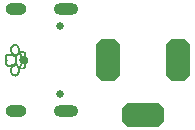
<source format=gbr>
%TF.GenerationSoftware,KiCad,Pcbnew,8.0.6-8.0.6-0~ubuntu24.04.1*%
%TF.CreationDate,2024-11-20T23:40:03+01:00*%
%TF.ProjectId,lumen_PD,6c756d65-6e5f-4504-942e-6b696361645f,rev?*%
%TF.SameCoordinates,Original*%
%TF.FileFunction,Soldermask,Bot*%
%TF.FilePolarity,Negative*%
%FSLAX46Y46*%
G04 Gerber Fmt 4.6, Leading zero omitted, Abs format (unit mm)*
G04 Created by KiCad (PCBNEW 8.0.6-8.0.6-0~ubuntu24.04.1) date 2024-11-20 23:40:03*
%MOMM*%
%LPD*%
G01*
G04 APERTURE LIST*
G04 Aperture macros list*
%AMOutline5P*
0 Free polygon, 5 corners , with rotation*
0 The origin of the aperture is its center*
0 number of corners: always 5*
0 $1 to $10 corner X, Y*
0 $11 Rotation angle, in degrees counterclockwise*
0 create outline with 5 corners*
4,1,5,$1,$2,$3,$4,$5,$6,$7,$8,$9,$10,$1,$2,$11*%
%AMOutline6P*
0 Free polygon, 6 corners , with rotation*
0 The origin of the aperture is its center*
0 number of corners: always 6*
0 $1 to $12 corner X, Y*
0 $13 Rotation angle, in degrees counterclockwise*
0 create outline with 6 corners*
4,1,6,$1,$2,$3,$4,$5,$6,$7,$8,$9,$10,$11,$12,$1,$2,$13*%
%AMOutline7P*
0 Free polygon, 7 corners , with rotation*
0 The origin of the aperture is its center*
0 number of corners: always 7*
0 $1 to $14 corner X, Y*
0 $15 Rotation angle, in degrees counterclockwise*
0 create outline with 7 corners*
4,1,7,$1,$2,$3,$4,$5,$6,$7,$8,$9,$10,$11,$12,$13,$14,$1,$2,$15*%
%AMOutline8P*
0 Free polygon, 8 corners , with rotation*
0 The origin of the aperture is its center*
0 number of corners: always 8*
0 $1 to $16 corner X, Y*
0 $17 Rotation angle, in degrees counterclockwise*
0 create outline with 8 corners*
4,1,8,$1,$2,$3,$4,$5,$6,$7,$8,$9,$10,$11,$12,$13,$14,$15,$16,$1,$2,$17*%
G04 Aperture macros list end*
%ADD10C,0.000000*%
%ADD11Outline8P,-1.000000X1.350000X-0.600000X1.750000X0.600000X1.750000X1.000000X1.350000X1.000000X-1.350000X0.600000X-1.750000X-0.600000X-1.750000X-1.000000X-1.350000X0.000000*%
%ADD12Outline8P,-1.750000X0.600000X-1.350000X1.000000X1.350000X1.000000X1.750000X0.600000X1.750000X-0.600000X1.350000X-1.000000X-1.350000X-1.000000X-1.750000X-0.600000X0.000000*%
%ADD13C,0.650000*%
%ADD14O,2.100000X1.000000*%
%ADD15O,1.800000X1.000000*%
G04 APERTURE END LIST*
D10*
G36*
X94328277Y-63962280D02*
G01*
X94334275Y-63962332D01*
X94351512Y-63963489D01*
X94360059Y-63964460D01*
X94368509Y-63965706D01*
X94376860Y-63967222D01*
X94385110Y-63969001D01*
X94393257Y-63971037D01*
X94401300Y-63973325D01*
X94409238Y-63975860D01*
X94417068Y-63978634D01*
X94432400Y-63984879D01*
X94447284Y-63992015D01*
X94461706Y-63999994D01*
X94475655Y-64008770D01*
X94489116Y-64018296D01*
X94502077Y-64028526D01*
X94514526Y-64039412D01*
X94526450Y-64050908D01*
X94537835Y-64062967D01*
X94548669Y-64075543D01*
X94558939Y-64088589D01*
X94568632Y-64102057D01*
X94583816Y-64125453D01*
X94598009Y-64149981D01*
X94611261Y-64175596D01*
X94623621Y-64202255D01*
X94633188Y-64225227D01*
X94635140Y-64229916D01*
X94645868Y-64258535D01*
X94655854Y-64288069D01*
X94665148Y-64318475D01*
X94673800Y-64349709D01*
X94681861Y-64381729D01*
X94696406Y-64447952D01*
X94709182Y-64516799D01*
X94720589Y-64587923D01*
X94749666Y-64578120D01*
X94778509Y-64570261D01*
X94807052Y-64564310D01*
X94835232Y-64560232D01*
X94862983Y-64557992D01*
X94883083Y-64557670D01*
X94890242Y-64557555D01*
X94916943Y-64558886D01*
X94943023Y-64561950D01*
X94968417Y-64566711D01*
X94993060Y-64573136D01*
X95016887Y-64581188D01*
X95039835Y-64590834D01*
X95061838Y-64602037D01*
X95082833Y-64614763D01*
X95102755Y-64628977D01*
X95121538Y-64644643D01*
X95140301Y-64662790D01*
X95157660Y-64682138D01*
X95173593Y-64702608D01*
X95176839Y-64707428D01*
X95188079Y-64724119D01*
X95201093Y-64746591D01*
X95212615Y-64769942D01*
X95222620Y-64794094D01*
X95231088Y-64818965D01*
X95237995Y-64844475D01*
X95243319Y-64870544D01*
X95247038Y-64897090D01*
X95249128Y-64924035D01*
X95249568Y-64951297D01*
X95248335Y-64978796D01*
X95245407Y-65006451D01*
X95240760Y-65034183D01*
X95249863Y-65040434D01*
X95258697Y-65046863D01*
X95267260Y-65053462D01*
X95275550Y-65060227D01*
X95283564Y-65067152D01*
X95291301Y-65074231D01*
X95298757Y-65081459D01*
X95305931Y-65088830D01*
X95312821Y-65096338D01*
X95319423Y-65103977D01*
X95325736Y-65111743D01*
X95331758Y-65119629D01*
X95337486Y-65127630D01*
X95342918Y-65135740D01*
X95348051Y-65143953D01*
X95352883Y-65152264D01*
X95359192Y-65164044D01*
X95364980Y-65175894D01*
X95370274Y-65187802D01*
X95375096Y-65199754D01*
X95379470Y-65211737D01*
X95383421Y-65223738D01*
X95386971Y-65235744D01*
X95390146Y-65247741D01*
X95392970Y-65259717D01*
X95395465Y-65271659D01*
X95397655Y-65283553D01*
X95399566Y-65295386D01*
X95402642Y-65318817D01*
X95404885Y-65341848D01*
X95404446Y-65343364D01*
X95403979Y-65344871D01*
X95403483Y-65346369D01*
X95402960Y-65347858D01*
X95403522Y-65349339D01*
X95404056Y-65350830D01*
X95404562Y-65352331D01*
X95405040Y-65353842D01*
X95403212Y-65377696D01*
X95400429Y-65401861D01*
X95398624Y-65414028D01*
X95396514Y-65426235D01*
X95394075Y-65438467D01*
X95391287Y-65450713D01*
X95388126Y-65462960D01*
X95384570Y-65475193D01*
X95380597Y-65487402D01*
X95376185Y-65499572D01*
X95371311Y-65511690D01*
X95365952Y-65523745D01*
X95360088Y-65535722D01*
X95353695Y-65547610D01*
X95348799Y-65555986D01*
X95343602Y-65564255D01*
X95338109Y-65572412D01*
X95332320Y-65580451D01*
X95326239Y-65588368D01*
X95319868Y-65596157D01*
X95313209Y-65603813D01*
X95306266Y-65611332D01*
X95299041Y-65618708D01*
X95291537Y-65625937D01*
X95283756Y-65633012D01*
X95275700Y-65639930D01*
X95267373Y-65646684D01*
X95258776Y-65653271D01*
X95249913Y-65659684D01*
X95240786Y-65665919D01*
X95245420Y-65693640D01*
X95248338Y-65721284D01*
X95249562Y-65748772D01*
X95249114Y-65776023D01*
X95247018Y-65802957D01*
X95243295Y-65829494D01*
X95237968Y-65855552D01*
X95231059Y-65881052D01*
X95222591Y-65905914D01*
X95212586Y-65930056D01*
X95201066Y-65953399D01*
X95188055Y-65975861D01*
X95173574Y-65997364D01*
X95157646Y-66017826D01*
X95140293Y-66037167D01*
X95121538Y-66055306D01*
X95102756Y-66070972D01*
X95082836Y-66085185D01*
X95061842Y-66097910D01*
X95039840Y-66109112D01*
X95016894Y-66118757D01*
X94993068Y-66126808D01*
X94968426Y-66133232D01*
X94943035Y-66137993D01*
X94916956Y-66141057D01*
X94890257Y-66142387D01*
X94863000Y-66141951D01*
X94835250Y-66139711D01*
X94807072Y-66135634D01*
X94778531Y-66129684D01*
X94749690Y-66121827D01*
X94720614Y-66112027D01*
X94709206Y-66183159D01*
X94696428Y-66252013D01*
X94689400Y-66285477D01*
X94681880Y-66318243D01*
X94673817Y-66350266D01*
X94665163Y-66381504D01*
X94655867Y-66411913D01*
X94645879Y-66441450D01*
X94635150Y-66470072D01*
X94623629Y-66497736D01*
X94611266Y-66524398D01*
X94598013Y-66550015D01*
X94583818Y-66574545D01*
X94568632Y-66597943D01*
X94558939Y-66611412D01*
X94548669Y-66624457D01*
X94537835Y-66637033D01*
X94526450Y-66649093D01*
X94514526Y-66660589D01*
X94502078Y-66671475D01*
X94489116Y-66681704D01*
X94475655Y-66691230D01*
X94461706Y-66700006D01*
X94447284Y-66707985D01*
X94432400Y-66715121D01*
X94417068Y-66721366D01*
X94401301Y-66726675D01*
X94385110Y-66731000D01*
X94368509Y-66734294D01*
X94351512Y-66736512D01*
X94334275Y-66737668D01*
X94316943Y-66737818D01*
X94299510Y-66736975D01*
X94281969Y-66735153D01*
X94264314Y-66732364D01*
X94246539Y-66728620D01*
X94228636Y-66723936D01*
X94210599Y-66718324D01*
X94192422Y-66711797D01*
X94174098Y-66704368D01*
X94155621Y-66696050D01*
X94136984Y-66686856D01*
X94118181Y-66676799D01*
X94099205Y-66665892D01*
X94080049Y-66654148D01*
X94060707Y-66641580D01*
X94059732Y-66640920D01*
X94058766Y-66640246D01*
X94057810Y-66639559D01*
X94056863Y-66638858D01*
X94055926Y-66638145D01*
X94055000Y-66637418D01*
X94054083Y-66636678D01*
X94053177Y-66635926D01*
X94029237Y-66614979D01*
X94006789Y-66593760D01*
X93985823Y-66572291D01*
X93966329Y-66550591D01*
X93948294Y-66528682D01*
X93931708Y-66506584D01*
X93916561Y-66484317D01*
X93902841Y-66461903D01*
X93890537Y-66439362D01*
X93879639Y-66416714D01*
X93870136Y-66393981D01*
X93862016Y-66371183D01*
X93855269Y-66348341D01*
X93849884Y-66325475D01*
X93845850Y-66302606D01*
X93843156Y-66279755D01*
X93841758Y-66257041D01*
X93841607Y-66237560D01*
X94010349Y-66237560D01*
X94010435Y-66251213D01*
X94011264Y-66264820D01*
X94012818Y-66278322D01*
X94015133Y-66291982D01*
X94018264Y-66305807D01*
X94022268Y-66319805D01*
X94027202Y-66333982D01*
X94033119Y-66348346D01*
X94040078Y-66362904D01*
X94048132Y-66377662D01*
X94057340Y-66392628D01*
X94067755Y-66407809D01*
X94079435Y-66423211D01*
X94092435Y-66438842D01*
X94106812Y-66454710D01*
X94122621Y-66470820D01*
X94139917Y-66487180D01*
X94158758Y-66503798D01*
X94173928Y-66513478D01*
X94188534Y-66522254D01*
X94202579Y-66530157D01*
X94216065Y-66537222D01*
X94228995Y-66543482D01*
X94241372Y-66548967D01*
X94253198Y-66553713D01*
X94264476Y-66557751D01*
X94275207Y-66561115D01*
X94285396Y-66563836D01*
X94295043Y-66565949D01*
X94304153Y-66567486D01*
X94312726Y-66568480D01*
X94320767Y-66568963D01*
X94328277Y-66568969D01*
X94335259Y-66568531D01*
X94341987Y-66567709D01*
X94348497Y-66566555D01*
X94354812Y-66565044D01*
X94360954Y-66563152D01*
X94366947Y-66560858D01*
X94372814Y-66558136D01*
X94378577Y-66554964D01*
X94384259Y-66551319D01*
X94389884Y-66547177D01*
X94395475Y-66542514D01*
X94401054Y-66537308D01*
X94406645Y-66531534D01*
X94412270Y-66525170D01*
X94417952Y-66518192D01*
X94423715Y-66510577D01*
X94429582Y-66502301D01*
X94440400Y-66485212D01*
X94450878Y-66465952D01*
X94461018Y-66444622D01*
X94470821Y-66421321D01*
X94480287Y-66396147D01*
X94489417Y-66369199D01*
X94506675Y-66310381D01*
X94522602Y-66245658D01*
X94537206Y-66175824D01*
X94550493Y-66101671D01*
X94562471Y-66023992D01*
X94544111Y-66009507D01*
X94526498Y-65994703D01*
X94509609Y-65979598D01*
X94493420Y-65964211D01*
X94484692Y-65955405D01*
X94776955Y-65955405D01*
X94784537Y-65958470D01*
X94792020Y-65961328D01*
X94799403Y-65963978D01*
X94806685Y-65966422D01*
X94813866Y-65968660D01*
X94820944Y-65970691D01*
X94827919Y-65972516D01*
X94834790Y-65974136D01*
X94841556Y-65975550D01*
X94848216Y-65976759D01*
X94854769Y-65977764D01*
X94861215Y-65978563D01*
X94867553Y-65979159D01*
X94873782Y-65979550D01*
X94879900Y-65979737D01*
X94885908Y-65979721D01*
X94885908Y-65979722D01*
X94895299Y-65979312D01*
X94904444Y-65978470D01*
X94913345Y-65977211D01*
X94922007Y-65975550D01*
X94930433Y-65973502D01*
X94938627Y-65971084D01*
X94946593Y-65968311D01*
X94954334Y-65965197D01*
X94961853Y-65961759D01*
X94969155Y-65958011D01*
X94976243Y-65953970D01*
X94983121Y-65949651D01*
X94989793Y-65945068D01*
X94996261Y-65940239D01*
X95002530Y-65935177D01*
X95008604Y-65929898D01*
X95020164Y-65918543D01*
X95030896Y-65906056D01*
X95040747Y-65892509D01*
X95049658Y-65877976D01*
X95057574Y-65862529D01*
X95064438Y-65846243D01*
X95070195Y-65829190D01*
X95074788Y-65811444D01*
X95078161Y-65793077D01*
X95080257Y-65774163D01*
X95081022Y-65754775D01*
X95080398Y-65734987D01*
X95078328Y-65714871D01*
X95074758Y-65694502D01*
X95069631Y-65673951D01*
X95062890Y-65653292D01*
X95059802Y-65645216D01*
X95056376Y-65636953D01*
X95052621Y-65628522D01*
X95048545Y-65619943D01*
X95044158Y-65611237D01*
X95039466Y-65602423D01*
X95034480Y-65593521D01*
X95029207Y-65584550D01*
X95023655Y-65575532D01*
X95017834Y-65566485D01*
X95011752Y-65557429D01*
X95005417Y-65548385D01*
X94998838Y-65539372D01*
X94992024Y-65530411D01*
X94984982Y-65521520D01*
X94977721Y-65512720D01*
X94970987Y-65543581D01*
X94967373Y-65558907D01*
X94963557Y-65574104D01*
X94959512Y-65589128D01*
X94955209Y-65603937D01*
X94950622Y-65618485D01*
X94945722Y-65632729D01*
X94937782Y-65654097D01*
X94929422Y-65675280D01*
X94920657Y-65696284D01*
X94911502Y-65717112D01*
X94892088Y-65758267D01*
X94871304Y-65798789D01*
X94849274Y-65838720D01*
X94826123Y-65878105D01*
X94801975Y-65916985D01*
X94776955Y-65955405D01*
X94484692Y-65955405D01*
X94477908Y-65948561D01*
X94463049Y-65932666D01*
X94448821Y-65916546D01*
X94435198Y-65900218D01*
X94422159Y-65883702D01*
X94409678Y-65867016D01*
X94397734Y-65850178D01*
X94386301Y-65833208D01*
X94375358Y-65816124D01*
X94364879Y-65798945D01*
X94354842Y-65781689D01*
X94345224Y-65764375D01*
X94311467Y-65793254D01*
X94276587Y-65823749D01*
X94241209Y-65855906D01*
X94205955Y-65889769D01*
X94188570Y-65907355D01*
X94171450Y-65925384D01*
X94154672Y-65943863D01*
X94138316Y-65962796D01*
X94122459Y-65982189D01*
X94107178Y-66002048D01*
X94092552Y-66022379D01*
X94078659Y-66043186D01*
X94069941Y-66057182D01*
X94061752Y-66071172D01*
X94054107Y-66085154D01*
X94047023Y-66099124D01*
X94040514Y-66113080D01*
X94034596Y-66127019D01*
X94029284Y-66140937D01*
X94024593Y-66154833D01*
X94020538Y-66168702D01*
X94017136Y-66182543D01*
X94014400Y-66196352D01*
X94012347Y-66210127D01*
X94010992Y-66223863D01*
X94010349Y-66237560D01*
X93841607Y-66237560D01*
X93841584Y-66234578D01*
X93842578Y-66212376D01*
X93844684Y-66190444D01*
X93847848Y-66168793D01*
X93852014Y-66147434D01*
X93857127Y-66126375D01*
X93863131Y-66105627D01*
X93869971Y-66085201D01*
X93877592Y-66065105D01*
X93885938Y-66045352D01*
X93894955Y-66025949D01*
X93904586Y-66006909D01*
X93914777Y-65988240D01*
X93925473Y-65969953D01*
X93936617Y-65952058D01*
X93941975Y-65943828D01*
X93947440Y-65935668D01*
X93953004Y-65927575D01*
X93958659Y-65919547D01*
X93964397Y-65911581D01*
X93970211Y-65903676D01*
X93982029Y-65888035D01*
X93948587Y-65895333D01*
X93915974Y-65901222D01*
X93884199Y-65905716D01*
X93853270Y-65908832D01*
X93823196Y-65910585D01*
X93793985Y-65910989D01*
X93765644Y-65910061D01*
X93738183Y-65907816D01*
X93711609Y-65904268D01*
X93685931Y-65899434D01*
X93661157Y-65893329D01*
X93637295Y-65885968D01*
X93614353Y-65877366D01*
X93592341Y-65867539D01*
X93571265Y-65856502D01*
X93551135Y-65844271D01*
X93534813Y-65832896D01*
X93519389Y-65820682D01*
X93504875Y-65807677D01*
X93491287Y-65793930D01*
X93478638Y-65779492D01*
X93466943Y-65764411D01*
X93456215Y-65748738D01*
X93446468Y-65732521D01*
X93437717Y-65715809D01*
X93429976Y-65698653D01*
X93423258Y-65681102D01*
X93417578Y-65663204D01*
X93412950Y-65645010D01*
X93409388Y-65626569D01*
X93406905Y-65607930D01*
X93405517Y-65589142D01*
X93405185Y-65573932D01*
X93405531Y-65558693D01*
X93406547Y-65543438D01*
X93408223Y-65528179D01*
X93410551Y-65512928D01*
X93413521Y-65497697D01*
X93417124Y-65482498D01*
X93421352Y-65467343D01*
X93426195Y-65452243D01*
X93431644Y-65437212D01*
X93437691Y-65422261D01*
X93444325Y-65407402D01*
X93451539Y-65392647D01*
X93459322Y-65378008D01*
X93467667Y-65363497D01*
X93476564Y-65349126D01*
X93467669Y-65334765D01*
X93459325Y-65320265D01*
X93451543Y-65305637D01*
X93444329Y-65290894D01*
X93437695Y-65276048D01*
X93431648Y-65261110D01*
X93426199Y-65246093D01*
X93421355Y-65231008D01*
X93417127Y-65215867D01*
X93413523Y-65200684D01*
X93410552Y-65185468D01*
X93408224Y-65170233D01*
X93406547Y-65154990D01*
X93405531Y-65139752D01*
X93405231Y-65126598D01*
X93573970Y-65126598D01*
X93574349Y-65136637D01*
X93575282Y-65146936D01*
X93576784Y-65157476D01*
X93578870Y-65168235D01*
X93581553Y-65179192D01*
X93584848Y-65190326D01*
X93588769Y-65201617D01*
X93593331Y-65213042D01*
X93598547Y-65224582D01*
X93604433Y-65236215D01*
X93611001Y-65247920D01*
X93618267Y-65259676D01*
X93626245Y-65271463D01*
X93634949Y-65283259D01*
X93644393Y-65295043D01*
X93645729Y-65297925D01*
X93646954Y-65300852D01*
X93648067Y-65303820D01*
X93649068Y-65306828D01*
X93649955Y-65309871D01*
X93650727Y-65312946D01*
X93651383Y-65316051D01*
X93651923Y-65319181D01*
X93652832Y-65320935D01*
X93653699Y-65322708D01*
X93654523Y-65324499D01*
X93655305Y-65326308D01*
X93656044Y-65328133D01*
X93656741Y-65329975D01*
X93657393Y-65331831D01*
X93658002Y-65333702D01*
X93658568Y-65335587D01*
X93659089Y-65337485D01*
X93659566Y-65339395D01*
X93659999Y-65341317D01*
X93660387Y-65343248D01*
X93660729Y-65345190D01*
X93661027Y-65347141D01*
X93661279Y-65349100D01*
X93661027Y-65351061D01*
X93660730Y-65353014D01*
X93660388Y-65354957D01*
X93660001Y-65356891D01*
X93659568Y-65358814D01*
X93659091Y-65360726D01*
X93658570Y-65362625D01*
X93658005Y-65364511D01*
X93657396Y-65366384D01*
X93656743Y-65368243D01*
X93656047Y-65370086D01*
X93655307Y-65371913D01*
X93654525Y-65373723D01*
X93653700Y-65375516D01*
X93652833Y-65377290D01*
X93651924Y-65379045D01*
X93651384Y-65382175D01*
X93650727Y-65385280D01*
X93649955Y-65388355D01*
X93649068Y-65391398D01*
X93648067Y-65394406D01*
X93646954Y-65397375D01*
X93645728Y-65400302D01*
X93644393Y-65403184D01*
X93634953Y-65414963D01*
X93626252Y-65426756D01*
X93618276Y-65438544D01*
X93611012Y-65450304D01*
X93604443Y-65462016D01*
X93598558Y-65473659D01*
X93593340Y-65485211D01*
X93588777Y-65496653D01*
X93584855Y-65507962D01*
X93581558Y-65519118D01*
X93578873Y-65530100D01*
X93576786Y-65540887D01*
X93575282Y-65551457D01*
X93574348Y-65561791D01*
X93573970Y-65571866D01*
X93574132Y-65581662D01*
X93574778Y-65591174D01*
X93575867Y-65600413D01*
X93577409Y-65609382D01*
X93579414Y-65618084D01*
X93581893Y-65626524D01*
X93584855Y-65634703D01*
X93586521Y-65638696D01*
X93588312Y-65642626D01*
X93590228Y-65646492D01*
X93592272Y-65650295D01*
X93594445Y-65654036D01*
X93596748Y-65657715D01*
X93599182Y-65661332D01*
X93601749Y-65664888D01*
X93604449Y-65668384D01*
X93607284Y-65671818D01*
X93610256Y-65675193D01*
X93613366Y-65678509D01*
X93616614Y-65681765D01*
X93620003Y-65684963D01*
X93627206Y-65691183D01*
X93634986Y-65697174D01*
X93643353Y-65702938D01*
X93650077Y-65707095D01*
X93657254Y-65711077D01*
X93664882Y-65714870D01*
X93672963Y-65718461D01*
X93681495Y-65721835D01*
X93690478Y-65724978D01*
X93699912Y-65727877D01*
X93709797Y-65730517D01*
X93720133Y-65732884D01*
X93730919Y-65734964D01*
X93742154Y-65736744D01*
X93753840Y-65738209D01*
X93765974Y-65739346D01*
X93778558Y-65740139D01*
X93791591Y-65740576D01*
X93805072Y-65740642D01*
X93826590Y-65739966D01*
X93849189Y-65738286D01*
X93872863Y-65735559D01*
X93897607Y-65731744D01*
X93923416Y-65726797D01*
X93950283Y-65720675D01*
X93978205Y-65713335D01*
X94007176Y-65704735D01*
X94037190Y-65694830D01*
X94068241Y-65683579D01*
X94100326Y-65670939D01*
X94133438Y-65656866D01*
X94167572Y-65641317D01*
X94202723Y-65624250D01*
X94238885Y-65605622D01*
X94276053Y-65585390D01*
X94269723Y-65558204D01*
X94263823Y-65530548D01*
X94258474Y-65502341D01*
X94253799Y-65473508D01*
X94249918Y-65443969D01*
X94246954Y-65413647D01*
X94245026Y-65382464D01*
X94244258Y-65350342D01*
X94244309Y-65349962D01*
X94413050Y-65349962D01*
X94413321Y-65366932D01*
X94413953Y-65383635D01*
X94414929Y-65400092D01*
X94416237Y-65416319D01*
X94417862Y-65432337D01*
X94419789Y-65448164D01*
X94424494Y-65479316D01*
X94430238Y-65509924D01*
X94436905Y-65540137D01*
X94444382Y-65570102D01*
X94452554Y-65599969D01*
X94469708Y-65637073D01*
X94478604Y-65655169D01*
X94487767Y-65672962D01*
X94497238Y-65690449D01*
X94507055Y-65707632D01*
X94517260Y-65724510D01*
X94527893Y-65741083D01*
X94538994Y-65757351D01*
X94550603Y-65773313D01*
X94562761Y-65788969D01*
X94575508Y-65804319D01*
X94588884Y-65819363D01*
X94602929Y-65834100D01*
X94617683Y-65848531D01*
X94633188Y-65862654D01*
X94652385Y-65833369D01*
X94671009Y-65804045D01*
X94688968Y-65774674D01*
X94706170Y-65745245D01*
X94722523Y-65715747D01*
X94737936Y-65686171D01*
X94752315Y-65656507D01*
X94765570Y-65626745D01*
X94754150Y-65614853D01*
X94743036Y-65602360D01*
X94732283Y-65589244D01*
X94721946Y-65575481D01*
X94712081Y-65561046D01*
X94702741Y-65545918D01*
X94693983Y-65530071D01*
X94685860Y-65513484D01*
X94678429Y-65496131D01*
X94671744Y-65477991D01*
X94665859Y-65459039D01*
X94660831Y-65439251D01*
X94656714Y-65418605D01*
X94653563Y-65397077D01*
X94651433Y-65374644D01*
X94650379Y-65351281D01*
X94650501Y-65350393D01*
X94650632Y-65349506D01*
X94650628Y-65349480D01*
X94819274Y-65349480D01*
X94819543Y-65357466D01*
X94819948Y-65364977D01*
X94820474Y-65372078D01*
X94821103Y-65378830D01*
X94821818Y-65385297D01*
X94822604Y-65391542D01*
X94824319Y-65403615D01*
X94826322Y-65389761D01*
X94828412Y-65375915D01*
X94829395Y-65369075D01*
X94830288Y-65362334D01*
X94831051Y-65355724D01*
X94831640Y-65349354D01*
X95057490Y-65349354D01*
X95066833Y-65358146D01*
X95075917Y-65367080D01*
X95084744Y-65376145D01*
X95093316Y-65385332D01*
X95101637Y-65394631D01*
X95109707Y-65404033D01*
X95117529Y-65413528D01*
X95125106Y-65423106D01*
X95132439Y-65432758D01*
X95139531Y-65442473D01*
X95146384Y-65452243D01*
X95153001Y-65462057D01*
X95165532Y-65481779D01*
X95177143Y-65501564D01*
X95181456Y-65497197D01*
X95185626Y-65492793D01*
X95189635Y-65488337D01*
X95193465Y-65483816D01*
X95195307Y-65481528D01*
X95197097Y-65479218D01*
X95198834Y-65476885D01*
X95200515Y-65474529D01*
X95202137Y-65472145D01*
X95203699Y-65469735D01*
X95205198Y-65467295D01*
X95206632Y-65464823D01*
X95209757Y-65458996D01*
X95212687Y-65452973D01*
X95215425Y-65446758D01*
X95217976Y-65440354D01*
X95220345Y-65433761D01*
X95222537Y-65426984D01*
X95224556Y-65420025D01*
X95226407Y-65412886D01*
X95228095Y-65405569D01*
X95229625Y-65398078D01*
X95231000Y-65390415D01*
X95232227Y-65382583D01*
X95234253Y-65366419D01*
X95235740Y-65349607D01*
X95233914Y-65332874D01*
X95232830Y-65324741D01*
X95231624Y-65316768D01*
X95230290Y-65308958D01*
X95228824Y-65301315D01*
X95227219Y-65293841D01*
X95225471Y-65286541D01*
X95223573Y-65279416D01*
X95221520Y-65272471D01*
X95219307Y-65265709D01*
X95216928Y-65259132D01*
X95214378Y-65252744D01*
X95211650Y-65246548D01*
X95208741Y-65240548D01*
X95205643Y-65234746D01*
X95204234Y-65232303D01*
X95202762Y-65229892D01*
X95201229Y-65227512D01*
X95199638Y-65225159D01*
X95197992Y-65222834D01*
X95196292Y-65220533D01*
X95194540Y-65218255D01*
X95192740Y-65215999D01*
X95189001Y-65211544D01*
X95185092Y-65207154D01*
X95181032Y-65202815D01*
X95176839Y-65198513D01*
X95171146Y-65208336D01*
X95165228Y-65218150D01*
X95159082Y-65227944D01*
X95152706Y-65237710D01*
X95146098Y-65247439D01*
X95139256Y-65257122D01*
X95132177Y-65266748D01*
X95124860Y-65276309D01*
X95117303Y-65285796D01*
X95109503Y-65295200D01*
X95101459Y-65304511D01*
X95093167Y-65313720D01*
X95084626Y-65322818D01*
X95075835Y-65331796D01*
X95066790Y-65340644D01*
X95057490Y-65349354D01*
X94831640Y-65349354D01*
X94831647Y-65349278D01*
X94831045Y-65342772D01*
X94830278Y-65336116D01*
X94829382Y-65329338D01*
X94828394Y-65322469D01*
X94826293Y-65308572D01*
X94824269Y-65294662D01*
X94822572Y-65306809D01*
X94821795Y-65313110D01*
X94821087Y-65319649D01*
X94820464Y-65326491D01*
X94819944Y-65333701D01*
X94819541Y-65341342D01*
X94819274Y-65349480D01*
X94650628Y-65349480D01*
X94650566Y-65349069D01*
X94650501Y-65348632D01*
X94650439Y-65348194D01*
X94650379Y-65347756D01*
X94651435Y-65324255D01*
X94653574Y-65301720D01*
X94656739Y-65280125D01*
X94660874Y-65259443D01*
X94665922Y-65239650D01*
X94671827Y-65220717D01*
X94678531Y-65202621D01*
X94685979Y-65185334D01*
X94694113Y-65168830D01*
X94702878Y-65153084D01*
X94712215Y-65138069D01*
X94722069Y-65123759D01*
X94732383Y-65110129D01*
X94743101Y-65097152D01*
X94754165Y-65084802D01*
X94765519Y-65073053D01*
X94752267Y-65043304D01*
X94737891Y-65013655D01*
X94722484Y-64984095D01*
X94706137Y-64954613D01*
X94688942Y-64925200D01*
X94670991Y-64895845D01*
X94652376Y-64866539D01*
X94633188Y-64837270D01*
X94617683Y-64851394D01*
X94602929Y-64865825D01*
X94588884Y-64880562D01*
X94575508Y-64895606D01*
X94562761Y-64910957D01*
X94550603Y-64926613D01*
X94538994Y-64942576D01*
X94527893Y-64958843D01*
X94517260Y-64975417D01*
X94507055Y-64992295D01*
X94497238Y-65009478D01*
X94487767Y-65026965D01*
X94469708Y-65062853D01*
X94452554Y-65099955D01*
X94444382Y-65129824D01*
X94436905Y-65159789D01*
X94430237Y-65190001D01*
X94424494Y-65220608D01*
X94419789Y-65251759D01*
X94416237Y-65283602D01*
X94414929Y-65299830D01*
X94413953Y-65316287D01*
X94413321Y-65332992D01*
X94413050Y-65349962D01*
X94244309Y-65349962D01*
X94244257Y-65349582D01*
X94244489Y-65333401D01*
X94245026Y-65317465D01*
X94246954Y-65286289D01*
X94249920Y-65255974D01*
X94253801Y-65226442D01*
X94258477Y-65197616D01*
X94263825Y-65169416D01*
X94269725Y-65141766D01*
X94276053Y-65114585D01*
X94245257Y-65097750D01*
X94215160Y-65082036D01*
X94185764Y-65067416D01*
X94157070Y-65053864D01*
X94129079Y-65041351D01*
X94101792Y-65029850D01*
X94075210Y-65019335D01*
X94049334Y-65009776D01*
X94024166Y-65001148D01*
X93999707Y-64993421D01*
X93975957Y-64986570D01*
X93952918Y-64980567D01*
X93930592Y-64975384D01*
X93908979Y-64970994D01*
X93888080Y-64967369D01*
X93867896Y-64964482D01*
X93848429Y-64962305D01*
X93829680Y-64960812D01*
X93811650Y-64959974D01*
X93794340Y-64959765D01*
X93777751Y-64960157D01*
X93761885Y-64961121D01*
X93732324Y-64964662D01*
X93705666Y-64970167D01*
X93693428Y-64973588D01*
X93681920Y-64977417D01*
X93671142Y-64981628D01*
X93661095Y-64986193D01*
X93651781Y-64991085D01*
X93643201Y-64996276D01*
X93634844Y-65002005D01*
X93627074Y-65007958D01*
X93619882Y-65014138D01*
X93613256Y-65020549D01*
X93607187Y-65027195D01*
X93601664Y-65034080D01*
X93596676Y-65041206D01*
X93592212Y-65048579D01*
X93588263Y-65056201D01*
X93584817Y-65064075D01*
X93581865Y-65072207D01*
X93579395Y-65080599D01*
X93577397Y-65089254D01*
X93575861Y-65098178D01*
X93574776Y-65107373D01*
X93574132Y-65116842D01*
X93573970Y-65126598D01*
X93405231Y-65126598D01*
X93405184Y-65124530D01*
X93405517Y-65109337D01*
X93406907Y-65090570D01*
X93409395Y-65071953D01*
X93412964Y-65053534D01*
X93417601Y-65035364D01*
X93423292Y-65017491D01*
X93430022Y-64999965D01*
X93437776Y-64982837D01*
X93446541Y-64966155D01*
X93456302Y-64949969D01*
X93467045Y-64934328D01*
X93478755Y-64919282D01*
X93491418Y-64904882D01*
X93505019Y-64891175D01*
X93519545Y-64878212D01*
X93534981Y-64866042D01*
X93551312Y-64854715D01*
X93571440Y-64842548D01*
X93592510Y-64831574D01*
X93614514Y-64821808D01*
X93637444Y-64813266D01*
X93661291Y-64805962D01*
X93686047Y-64799911D01*
X93711705Y-64795130D01*
X93738256Y-64791632D01*
X93765693Y-64789433D01*
X93794006Y-64788549D01*
X93794340Y-64788554D01*
X93823189Y-64788994D01*
X93853232Y-64790783D01*
X93884128Y-64793932D01*
X93915869Y-64798455D01*
X93948446Y-64804368D01*
X93981851Y-64811687D01*
X93970082Y-64796110D01*
X93964292Y-64788240D01*
X93958575Y-64780311D01*
X93952942Y-64772319D01*
X93947398Y-64764263D01*
X93941954Y-64756139D01*
X93936617Y-64747943D01*
X93925473Y-64730047D01*
X93914777Y-64711760D01*
X93904586Y-64693092D01*
X93894955Y-64674051D01*
X93885938Y-64654649D01*
X93877592Y-64634895D01*
X93869971Y-64614800D01*
X93863131Y-64594374D01*
X93857127Y-64573626D01*
X93852014Y-64552567D01*
X93847848Y-64531207D01*
X93844684Y-64509556D01*
X93842578Y-64487625D01*
X93841584Y-64465422D01*
X93841607Y-64462441D01*
X94010349Y-64462441D01*
X94010992Y-64476137D01*
X94012347Y-64489874D01*
X94014400Y-64503648D01*
X94017136Y-64517458D01*
X94020538Y-64531298D01*
X94024593Y-64545168D01*
X94029284Y-64559063D01*
X94034596Y-64572982D01*
X94040514Y-64586921D01*
X94047023Y-64600876D01*
X94054107Y-64614847D01*
X94061752Y-64628828D01*
X94069941Y-64642818D01*
X94078659Y-64656814D01*
X94092551Y-64677620D01*
X94107175Y-64697948D01*
X94122454Y-64717805D01*
X94138309Y-64737196D01*
X94154664Y-64756127D01*
X94171439Y-64774604D01*
X94188557Y-64792631D01*
X94205941Y-64810215D01*
X94241191Y-64844075D01*
X94276566Y-64876230D01*
X94311443Y-64906723D01*
X94345198Y-64935600D01*
X94345224Y-64935554D01*
X94354817Y-64918283D01*
X94364854Y-64901024D01*
X94375332Y-64883841D01*
X94386275Y-64866752D01*
X94397706Y-64849777D01*
X94409650Y-64832934D01*
X94422130Y-64816242D01*
X94435169Y-64799720D01*
X94448791Y-64783386D01*
X94463019Y-64767260D01*
X94477878Y-64751359D01*
X94484630Y-64744545D01*
X94776980Y-64744545D01*
X94801997Y-64782960D01*
X94824269Y-64818823D01*
X94826141Y-64821838D01*
X94849289Y-64861222D01*
X94871315Y-64901154D01*
X94892096Y-64941678D01*
X94911507Y-64982835D01*
X94929424Y-65024668D01*
X94937783Y-65045852D01*
X94945722Y-65067221D01*
X94950605Y-65081404D01*
X94955179Y-65095876D01*
X94959471Y-65110596D01*
X94963510Y-65125522D01*
X94967322Y-65140614D01*
X94970934Y-65155830D01*
X94977670Y-65186469D01*
X94977721Y-65186408D01*
X94984948Y-65177726D01*
X94992004Y-65168893D01*
X94998831Y-65159990D01*
X95005419Y-65151036D01*
X95011761Y-65142051D01*
X95017849Y-65133052D01*
X95023673Y-65124061D01*
X95029227Y-65115096D01*
X95034500Y-65106176D01*
X95039486Y-65097321D01*
X95044176Y-65088550D01*
X95048561Y-65079882D01*
X95052633Y-65071337D01*
X95056385Y-65062935D01*
X95059806Y-65054693D01*
X95062890Y-65046632D01*
X95066466Y-65036296D01*
X95069631Y-65025978D01*
X95072393Y-65015687D01*
X95074758Y-65005431D01*
X95076735Y-64995221D01*
X95078329Y-64985064D01*
X95079547Y-64974972D01*
X95080398Y-64964952D01*
X95080887Y-64955013D01*
X95081022Y-64945166D01*
X95080810Y-64935418D01*
X95080257Y-64925780D01*
X95079372Y-64916260D01*
X95078161Y-64906868D01*
X95076630Y-64897612D01*
X95074788Y-64888503D01*
X95070195Y-64870757D01*
X95064438Y-64853705D01*
X95057573Y-64837419D01*
X95049658Y-64821973D01*
X95040746Y-64807441D01*
X95035935Y-64800539D01*
X95030896Y-64793894D01*
X95025637Y-64787513D01*
X95020163Y-64781407D01*
X95014484Y-64775583D01*
X95008604Y-64770053D01*
X94998626Y-64761596D01*
X94988113Y-64753761D01*
X94977052Y-64746612D01*
X94965427Y-64740211D01*
X94953226Y-64734620D01*
X94940434Y-64729903D01*
X94927037Y-64726122D01*
X94913023Y-64723339D01*
X94898376Y-64721617D01*
X94883083Y-64721020D01*
X94867130Y-64721608D01*
X94850503Y-64723447D01*
X94833189Y-64726597D01*
X94815173Y-64731121D01*
X94796441Y-64737083D01*
X94776980Y-64744545D01*
X94484630Y-64744545D01*
X94493390Y-64735704D01*
X94509579Y-64720312D01*
X94526469Y-64705203D01*
X94544083Y-64690395D01*
X94562446Y-64675907D01*
X94550468Y-64598245D01*
X94537183Y-64524108D01*
X94530048Y-64488609D01*
X94522582Y-64454289D01*
X94514787Y-64421246D01*
X94506659Y-64389580D01*
X94498199Y-64359390D01*
X94489405Y-64330775D01*
X94480277Y-64303833D01*
X94470813Y-64278664D01*
X94461012Y-64255367D01*
X94450874Y-64234041D01*
X94440398Y-64214786D01*
X94429582Y-64197699D01*
X94423715Y-64189423D01*
X94417952Y-64181808D01*
X94412270Y-64174830D01*
X94406645Y-64168466D01*
X94401054Y-64162693D01*
X94395475Y-64157486D01*
X94389884Y-64152824D01*
X94384259Y-64148681D01*
X94378577Y-64145036D01*
X94372814Y-64141864D01*
X94366947Y-64139143D01*
X94360954Y-64136848D01*
X94354812Y-64134957D01*
X94348497Y-64133446D01*
X94341987Y-64132291D01*
X94335259Y-64131470D01*
X94328277Y-64131031D01*
X94320767Y-64131037D01*
X94312726Y-64131521D01*
X94304153Y-64132514D01*
X94295043Y-64134051D01*
X94285396Y-64136164D01*
X94275207Y-64138886D01*
X94264476Y-64142249D01*
X94253198Y-64146287D01*
X94241372Y-64151033D01*
X94228995Y-64156519D01*
X94216065Y-64162778D01*
X94202579Y-64169843D01*
X94188534Y-64177747D01*
X94173928Y-64186523D01*
X94158758Y-64196203D01*
X94139917Y-64212820D01*
X94122621Y-64229181D01*
X94106812Y-64245291D01*
X94092435Y-64261158D01*
X94079435Y-64276790D01*
X94067755Y-64292192D01*
X94057340Y-64307373D01*
X94048132Y-64322339D01*
X94040078Y-64337097D01*
X94033119Y-64351654D01*
X94027202Y-64366018D01*
X94022268Y-64380196D01*
X94018264Y-64394193D01*
X94015133Y-64408019D01*
X94012818Y-64421679D01*
X94011264Y-64435180D01*
X94010435Y-64448787D01*
X94010349Y-64462441D01*
X93841607Y-64462441D01*
X93841758Y-64442959D01*
X93843156Y-64420246D01*
X93845850Y-64397395D01*
X93849884Y-64374526D01*
X93855269Y-64351660D01*
X93862016Y-64328818D01*
X93870136Y-64306020D01*
X93879640Y-64283287D01*
X93890538Y-64260639D01*
X93902841Y-64238098D01*
X93916561Y-64215684D01*
X93931709Y-64193417D01*
X93948294Y-64171319D01*
X93966329Y-64149409D01*
X93985824Y-64127710D01*
X94006789Y-64106240D01*
X94029237Y-64085022D01*
X94053177Y-64064075D01*
X94054083Y-64063322D01*
X94055000Y-64062583D01*
X94055927Y-64061856D01*
X94056863Y-64061142D01*
X94057810Y-64060442D01*
X94058766Y-64059755D01*
X94059732Y-64059081D01*
X94060707Y-64058420D01*
X94080049Y-64045852D01*
X94099205Y-64034108D01*
X94118181Y-64023201D01*
X94136984Y-64013145D01*
X94155621Y-64003951D01*
X94174099Y-63995633D01*
X94192422Y-63988204D01*
X94210599Y-63981676D01*
X94228636Y-63976064D01*
X94246539Y-63971380D01*
X94264315Y-63967637D01*
X94281969Y-63964847D01*
X94299510Y-63963025D01*
X94316943Y-63962182D01*
X94328277Y-63962280D01*
G37*
G36*
X95173217Y-65165178D02*
G01*
X95173721Y-65165253D01*
X95174978Y-65166096D01*
X95176216Y-65166976D01*
X95177436Y-65167889D01*
X95178640Y-65168831D01*
X95179828Y-65169799D01*
X95181002Y-65170790D01*
X95183316Y-65172828D01*
X95185594Y-65174918D01*
X95187847Y-65177033D01*
X95192327Y-65181234D01*
X95198120Y-65187073D01*
X95203604Y-65193161D01*
X95208786Y-65199484D01*
X95213670Y-65206025D01*
X95218261Y-65212771D01*
X95222566Y-65219705D01*
X95226587Y-65226812D01*
X95230332Y-65234078D01*
X95233804Y-65241486D01*
X95237009Y-65249021D01*
X95239953Y-65256668D01*
X95242639Y-65264412D01*
X95245074Y-65272238D01*
X95247262Y-65280129D01*
X95249208Y-65288072D01*
X95250918Y-65296050D01*
X95254272Y-65314422D01*
X95255792Y-65323670D01*
X95257042Y-65332948D01*
X95257525Y-65337595D01*
X95257895Y-65342247D01*
X95258134Y-65346902D01*
X95258227Y-65351559D01*
X95258160Y-65356217D01*
X95257915Y-65360875D01*
X95257477Y-65365532D01*
X95256832Y-65370186D01*
X95255806Y-65378756D01*
X95254593Y-65387328D01*
X95253178Y-65395889D01*
X95251550Y-65404423D01*
X95249695Y-65412914D01*
X95247600Y-65421346D01*
X95245253Y-65429705D01*
X95242639Y-65437974D01*
X95239748Y-65446139D01*
X95236564Y-65454183D01*
X95233076Y-65462091D01*
X95229271Y-65469848D01*
X95225135Y-65477438D01*
X95220656Y-65484846D01*
X95215820Y-65492056D01*
X95210614Y-65499052D01*
X95202089Y-65508726D01*
X95197730Y-65513505D01*
X95193262Y-65518181D01*
X95190977Y-65520464D01*
X95188653Y-65522703D01*
X95186285Y-65524892D01*
X95183870Y-65527025D01*
X95181402Y-65529095D01*
X95178879Y-65531096D01*
X95176296Y-65533022D01*
X95173649Y-65534868D01*
X95173646Y-65534868D01*
X95173296Y-65534922D01*
X95172962Y-65534958D01*
X95172643Y-65534976D01*
X95172337Y-65534975D01*
X95172189Y-65534967D01*
X95172044Y-65534954D01*
X95171902Y-65534936D01*
X95171762Y-65534914D01*
X95171625Y-65534886D01*
X95171490Y-65534853D01*
X95171357Y-65534815D01*
X95171227Y-65534771D01*
X95171098Y-65534723D01*
X95170972Y-65534668D01*
X95170846Y-65534609D01*
X95170723Y-65534544D01*
X95170601Y-65534473D01*
X95170480Y-65534397D01*
X95170360Y-65534315D01*
X95170241Y-65534228D01*
X95170123Y-65534134D01*
X95170005Y-65534035D01*
X95169772Y-65533819D01*
X95169539Y-65533578D01*
X95169306Y-65533313D01*
X95163357Y-65522127D01*
X95157155Y-65511068D01*
X95150712Y-65500137D01*
X95144038Y-65489340D01*
X95137145Y-65478679D01*
X95130043Y-65468157D01*
X95122746Y-65457778D01*
X95115263Y-65447545D01*
X95110796Y-65441518D01*
X95106239Y-65435564D01*
X95096871Y-65423868D01*
X95087182Y-65412442D01*
X95077200Y-65401270D01*
X95066950Y-65390336D01*
X95056458Y-65379626D01*
X95045749Y-65369122D01*
X95034849Y-65358810D01*
X95034567Y-65358473D01*
X95034256Y-65358140D01*
X95033920Y-65357811D01*
X95033563Y-65357484D01*
X95032794Y-65356837D01*
X95031974Y-65356195D01*
X95030282Y-65354901D01*
X95029459Y-65354240D01*
X95028684Y-65353563D01*
X95028322Y-65353217D01*
X95027981Y-65352864D01*
X95027665Y-65352505D01*
X95027377Y-65352139D01*
X95027118Y-65351765D01*
X95026894Y-65351382D01*
X95026706Y-65350990D01*
X95026559Y-65350588D01*
X95026454Y-65350176D01*
X95026395Y-65349752D01*
X95026385Y-65349317D01*
X95026428Y-65348870D01*
X95026525Y-65348409D01*
X95026682Y-65347935D01*
X95026899Y-65347446D01*
X95027181Y-65346942D01*
X95037461Y-65337690D01*
X95047536Y-65328223D01*
X95057402Y-65318544D01*
X95067055Y-65308657D01*
X95076489Y-65298567D01*
X95085701Y-65288277D01*
X95094686Y-65277792D01*
X95103439Y-65267115D01*
X95111955Y-65256250D01*
X95120231Y-65245202D01*
X95128260Y-65233974D01*
X95136039Y-65222570D01*
X95143564Y-65210994D01*
X95150828Y-65199251D01*
X95157829Y-65187344D01*
X95164561Y-65175278D01*
X95164822Y-65174956D01*
X95165072Y-65174610D01*
X95165313Y-65174243D01*
X95165546Y-65173857D01*
X95165991Y-65173037D01*
X95166418Y-65172170D01*
X95167256Y-65170375D01*
X95167687Y-65169486D01*
X95168140Y-65168628D01*
X95168378Y-65168217D01*
X95168624Y-65167821D01*
X95168881Y-65167443D01*
X95169149Y-65167086D01*
X95169430Y-65166750D01*
X95169725Y-65166440D01*
X95170036Y-65166157D01*
X95170363Y-65165904D01*
X95170707Y-65165684D01*
X95171071Y-65165498D01*
X95171455Y-65165350D01*
X95171860Y-65165241D01*
X95172288Y-65165175D01*
X95172740Y-65165153D01*
X95173217Y-65165178D01*
G37*
G36*
X94833002Y-65217819D02*
G01*
X94833335Y-65217882D01*
X94833661Y-65217979D01*
X94833979Y-65218113D01*
X94834287Y-65218285D01*
X94834583Y-65218496D01*
X94834867Y-65218749D01*
X94835137Y-65219043D01*
X94835392Y-65219382D01*
X94835629Y-65219765D01*
X94835848Y-65220195D01*
X94837522Y-65227296D01*
X94839033Y-65234438D01*
X94840410Y-65241612D01*
X94841683Y-65248809D01*
X94846342Y-65277670D01*
X94848857Y-65296047D01*
X94851238Y-65314457D01*
X94852257Y-65323679D01*
X94853098Y-65332914D01*
X94853711Y-65342163D01*
X94854050Y-65351430D01*
X94853025Y-65365723D01*
X94851659Y-65379985D01*
X94850000Y-65394218D01*
X94848100Y-65408425D01*
X94843767Y-65436769D01*
X94839056Y-65465040D01*
X94838757Y-65466068D01*
X94838512Y-65467129D01*
X94838311Y-65468216D01*
X94838139Y-65469323D01*
X94837521Y-65473813D01*
X94837324Y-65474917D01*
X94837086Y-65476000D01*
X94836795Y-65477056D01*
X94836439Y-65478077D01*
X94836234Y-65478572D01*
X94836007Y-65479057D01*
X94835758Y-65479529D01*
X94835486Y-65479989D01*
X94835189Y-65480435D01*
X94834865Y-65480866D01*
X94834512Y-65481282D01*
X94834132Y-65481681D01*
X94833848Y-65481752D01*
X94833564Y-65481813D01*
X94833281Y-65481864D01*
X94833000Y-65481903D01*
X94832720Y-65481929D01*
X94832443Y-65481940D01*
X94832169Y-65481935D01*
X94831899Y-65481911D01*
X94831634Y-65481869D01*
X94831503Y-65481839D01*
X94831373Y-65481805D01*
X94831245Y-65481765D01*
X94831118Y-65481718D01*
X94830993Y-65481666D01*
X94830869Y-65481608D01*
X94830747Y-65481544D01*
X94830627Y-65481472D01*
X94830509Y-65481394D01*
X94830392Y-65481309D01*
X94830278Y-65481217D01*
X94830166Y-65481118D01*
X94830055Y-65481011D01*
X94829947Y-65480896D01*
X94828195Y-65478171D01*
X94826506Y-65475405D01*
X94824878Y-65472602D01*
X94823311Y-65469764D01*
X94820351Y-65463990D01*
X94817612Y-65458101D01*
X94815082Y-65452115D01*
X94812747Y-65446050D01*
X94810595Y-65439923D01*
X94808613Y-65433752D01*
X94806262Y-65425013D01*
X94804178Y-65416208D01*
X94802361Y-65407346D01*
X94800810Y-65398434D01*
X94799524Y-65389480D01*
X94798500Y-65380491D01*
X94797739Y-65371475D01*
X94797239Y-65362441D01*
X94797000Y-65353394D01*
X94797020Y-65344344D01*
X94797297Y-65335298D01*
X94797832Y-65326264D01*
X94798623Y-65317248D01*
X94799668Y-65308260D01*
X94800968Y-65299307D01*
X94802520Y-65290395D01*
X94803322Y-65285928D01*
X94804225Y-65281483D01*
X94805226Y-65277062D01*
X94806325Y-65272665D01*
X94807521Y-65268296D01*
X94808814Y-65263956D01*
X94810202Y-65259646D01*
X94811685Y-65255368D01*
X94813261Y-65251123D01*
X94814931Y-65246914D01*
X94816692Y-65242741D01*
X94818545Y-65238607D01*
X94820488Y-65234513D01*
X94822521Y-65230462D01*
X94824642Y-65226453D01*
X94826851Y-65222490D01*
X94826971Y-65222136D01*
X94827116Y-65221787D01*
X94827285Y-65221442D01*
X94827475Y-65221105D01*
X94827686Y-65220776D01*
X94827916Y-65220456D01*
X94828163Y-65220148D01*
X94828427Y-65219852D01*
X94828705Y-65219570D01*
X94828996Y-65219304D01*
X94829299Y-65219054D01*
X94829613Y-65218822D01*
X94829935Y-65218610D01*
X94830265Y-65218420D01*
X94830601Y-65218251D01*
X94830942Y-65218106D01*
X94831286Y-65217987D01*
X94831631Y-65217895D01*
X94831977Y-65217830D01*
X94832322Y-65217795D01*
X94832664Y-65217791D01*
X94833002Y-65217819D01*
G37*
D11*
%TO.C,J2*%
X108115000Y-65302500D03*
X102115000Y-65302500D03*
D12*
X105115000Y-70002500D03*
%TD*%
D13*
%TO.C,J1*%
X98080000Y-62442500D03*
X98080000Y-68222500D03*
D14*
X98600000Y-61012500D03*
D15*
X94400000Y-61012500D03*
D14*
X98600000Y-69652500D03*
D15*
X94400000Y-69652500D03*
%TD*%
M02*

</source>
